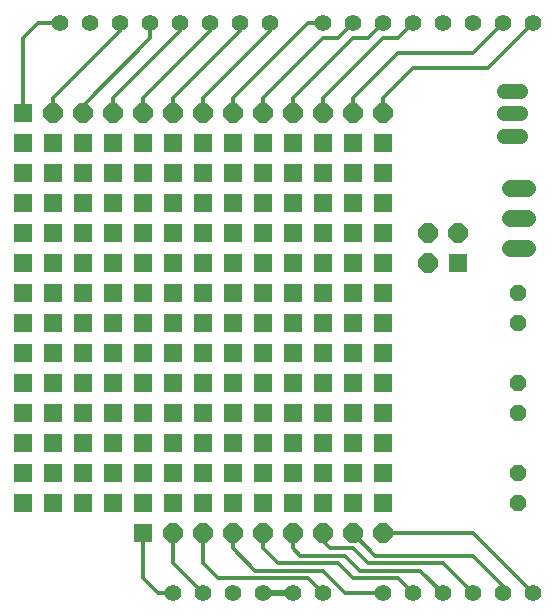
<source format=gbl>
G75*
G70*
%OFA0B0*%
%FSLAX24Y24*%
%IPPOS*%
%LPD*%
%AMOC8*
5,1,8,0,0,1.08239X$1,22.5*
%
%ADD10C,0.0555*%
%ADD11C,0.0560*%
%ADD12C,0.0516*%
%ADD13OC8,0.0560*%
%ADD14R,0.0640X0.0640*%
%ADD15OC8,0.0640*%
%ADD16R,0.0600X0.0600*%
%ADD17C,0.0200*%
%ADD18C,0.0120*%
D10*
X005752Y001181D03*
X006752Y001181D03*
X007752Y001181D03*
X008752Y001181D03*
X009752Y001181D03*
X010752Y001181D03*
X012752Y001181D03*
X013752Y001181D03*
X014752Y001181D03*
X015752Y001181D03*
X016752Y001181D03*
X017752Y001181D03*
X017752Y020181D03*
X016752Y020181D03*
X015752Y020181D03*
X014752Y020181D03*
X013752Y020181D03*
X012752Y020181D03*
X011752Y020181D03*
X010752Y020181D03*
X009002Y020181D03*
X008002Y020181D03*
X007002Y020181D03*
X006002Y020181D03*
X005002Y020181D03*
X004002Y020181D03*
X003002Y020181D03*
X002002Y020181D03*
D11*
X016982Y014665D02*
X017542Y014665D01*
X017542Y013681D02*
X016982Y013681D01*
X016982Y012697D02*
X017542Y012697D01*
D12*
X017309Y016429D02*
X016793Y016429D01*
X016793Y017181D02*
X017309Y017181D01*
X017309Y017929D02*
X016793Y017929D01*
D13*
X017252Y011181D03*
X017252Y010181D03*
X017252Y008181D03*
X017252Y007181D03*
X017252Y005181D03*
X017252Y004181D03*
D14*
X004752Y003181D03*
X015252Y012181D03*
X000752Y017181D03*
D15*
X001752Y017181D03*
X002752Y017181D03*
X003752Y017181D03*
X004752Y017181D03*
X005752Y017181D03*
X006752Y017181D03*
X007752Y017181D03*
X008752Y017181D03*
X009752Y017181D03*
X010752Y017181D03*
X011752Y017181D03*
X012752Y017181D03*
X014252Y013181D03*
X015252Y013181D03*
X014252Y012181D03*
X012752Y003181D03*
X011752Y003181D03*
X010752Y003181D03*
X009752Y003181D03*
X008752Y003181D03*
X007752Y003181D03*
X006752Y003181D03*
X005752Y003181D03*
D16*
X005752Y004181D03*
X006752Y004181D03*
X007752Y004181D03*
X008752Y004181D03*
X009752Y004181D03*
X010752Y004181D03*
X011752Y004181D03*
X012752Y004181D03*
X012752Y005181D03*
X011752Y005181D03*
X010752Y005181D03*
X009752Y005181D03*
X008752Y005181D03*
X007752Y005181D03*
X006752Y005181D03*
X005752Y005181D03*
X004752Y005181D03*
X003752Y005181D03*
X002752Y005181D03*
X001752Y005181D03*
X000752Y005181D03*
X000752Y006181D03*
X001752Y006181D03*
X002752Y006181D03*
X003752Y006181D03*
X004752Y006181D03*
X005752Y006181D03*
X006752Y006181D03*
X007752Y006181D03*
X008752Y006181D03*
X009752Y006181D03*
X010752Y006181D03*
X011752Y006181D03*
X012752Y006181D03*
X012752Y007181D03*
X011752Y007181D03*
X010752Y007181D03*
X009752Y007181D03*
X008752Y007181D03*
X007752Y007181D03*
X006752Y007181D03*
X005752Y007181D03*
X004752Y007181D03*
X003752Y007181D03*
X002752Y007181D03*
X001752Y007181D03*
X000752Y007181D03*
X000752Y008181D03*
X001752Y008181D03*
X002752Y008181D03*
X003752Y008181D03*
X004752Y008181D03*
X005752Y008181D03*
X006752Y008181D03*
X007752Y008181D03*
X008752Y008181D03*
X009752Y008181D03*
X010752Y008181D03*
X011752Y008181D03*
X012752Y008181D03*
X012752Y009181D03*
X011752Y009181D03*
X010752Y009181D03*
X009752Y009181D03*
X008752Y009181D03*
X007752Y009181D03*
X006752Y009181D03*
X005752Y009181D03*
X004752Y009181D03*
X003752Y009181D03*
X002752Y009181D03*
X001752Y009181D03*
X000752Y009181D03*
X000752Y010181D03*
X001752Y010181D03*
X002752Y010181D03*
X003752Y010181D03*
X004752Y010181D03*
X005752Y010181D03*
X006752Y010181D03*
X007752Y010181D03*
X008752Y010181D03*
X009752Y010181D03*
X010752Y010181D03*
X011752Y010181D03*
X012752Y010181D03*
X012752Y011181D03*
X011752Y011181D03*
X010752Y011181D03*
X009752Y011181D03*
X008752Y011181D03*
X007752Y011181D03*
X006752Y011181D03*
X005752Y011181D03*
X004752Y011181D03*
X003752Y011181D03*
X002752Y011181D03*
X001752Y011181D03*
X000752Y011181D03*
X000752Y012181D03*
X001752Y012181D03*
X002752Y012181D03*
X003752Y012181D03*
X004752Y012181D03*
X005752Y012181D03*
X006752Y012181D03*
X007752Y012181D03*
X008752Y012181D03*
X009752Y012181D03*
X010752Y012181D03*
X011752Y012181D03*
X012752Y012181D03*
X012752Y013181D03*
X011752Y013181D03*
X010752Y013181D03*
X009752Y013181D03*
X008752Y013181D03*
X007752Y013181D03*
X006752Y013181D03*
X005752Y013181D03*
X004752Y013181D03*
X003752Y013181D03*
X002752Y013181D03*
X001752Y013181D03*
X000752Y013181D03*
X000752Y014181D03*
X001752Y014181D03*
X002752Y014181D03*
X003752Y014181D03*
X004752Y014181D03*
X005752Y014181D03*
X006752Y014181D03*
X007752Y014181D03*
X008752Y014181D03*
X009752Y014181D03*
X010752Y014181D03*
X011752Y014181D03*
X012752Y014181D03*
X012752Y015181D03*
X011752Y015181D03*
X010752Y015181D03*
X009752Y015181D03*
X008752Y015181D03*
X007752Y015181D03*
X006752Y015181D03*
X005752Y015181D03*
X004752Y015181D03*
X003752Y015181D03*
X002752Y015181D03*
X001752Y015181D03*
X000752Y015181D03*
X000752Y016181D03*
X001752Y016181D03*
X002752Y016181D03*
X003752Y016181D03*
X004752Y016181D03*
X005752Y016181D03*
X006752Y016181D03*
X007752Y016181D03*
X008752Y016181D03*
X009752Y016181D03*
X010752Y016181D03*
X011752Y016181D03*
X012752Y016181D03*
X004752Y004181D03*
X003752Y004181D03*
X002752Y004181D03*
X001752Y004181D03*
X000752Y004181D03*
D17*
X008752Y001181D02*
X009752Y001181D01*
D18*
X005252Y001181D02*
X004752Y001681D01*
X004752Y003181D01*
X005752Y003181D02*
X005752Y002181D01*
X006752Y001181D01*
X007252Y001681D02*
X006752Y002181D01*
X006752Y003181D01*
X007752Y003181D02*
X007752Y002681D01*
X008502Y001931D01*
X010752Y001931D01*
X011502Y001181D01*
X012752Y001181D01*
X013252Y001681D02*
X013752Y001181D01*
X013252Y001681D02*
X011752Y001681D01*
X011252Y002181D01*
X009252Y002181D01*
X008752Y002681D01*
X008752Y003181D01*
X009752Y003181D02*
X009752Y002681D01*
X010002Y002431D01*
X011502Y002431D01*
X012002Y001931D01*
X014002Y001931D01*
X014752Y001181D01*
X014752Y002181D02*
X015752Y001181D01*
X016752Y001181D02*
X016752Y001431D01*
X015752Y002431D01*
X012502Y002431D01*
X011752Y003181D01*
X011752Y002681D02*
X011002Y002681D01*
X010752Y002931D01*
X010752Y003181D01*
X011752Y002681D02*
X012252Y002181D01*
X014752Y002181D01*
X015752Y003181D02*
X017752Y001181D01*
X015752Y003181D02*
X012752Y003181D01*
X010752Y001181D02*
X010252Y001681D01*
X007252Y001681D01*
X005752Y001181D02*
X005252Y001181D01*
X004752Y017181D02*
X004752Y017681D01*
X007002Y019931D01*
X007002Y020181D01*
X006002Y020181D02*
X006002Y019931D01*
X003752Y017681D01*
X003752Y017181D01*
X002752Y017181D02*
X002752Y017431D01*
X005002Y019681D01*
X005002Y020181D01*
X004002Y020181D02*
X004002Y019931D01*
X001752Y017681D01*
X001752Y017181D01*
X000752Y017181D02*
X000752Y019681D01*
X001252Y020181D01*
X002002Y020181D01*
X005752Y017681D02*
X005752Y017181D01*
X005752Y017681D02*
X008002Y019931D01*
X008002Y020181D01*
X009002Y020181D02*
X009002Y019931D01*
X006752Y017681D01*
X006752Y017181D01*
X007752Y017181D02*
X007752Y017681D01*
X010252Y020181D01*
X010752Y020181D01*
X010752Y019681D02*
X008752Y017681D01*
X008752Y017181D01*
X009752Y017181D02*
X009752Y017681D01*
X011752Y019681D01*
X012252Y019681D01*
X012752Y020181D01*
X012752Y019681D02*
X010752Y017681D01*
X010752Y017181D01*
X011752Y017181D02*
X011752Y017681D01*
X013252Y019181D01*
X015752Y019181D01*
X016752Y020181D01*
X017752Y020181D02*
X016252Y018681D01*
X013752Y018681D01*
X012752Y017681D01*
X012752Y017181D01*
X012752Y019681D02*
X013252Y019681D01*
X013752Y020181D01*
X011752Y020181D02*
X011252Y019681D01*
X010752Y019681D01*
M02*

</source>
